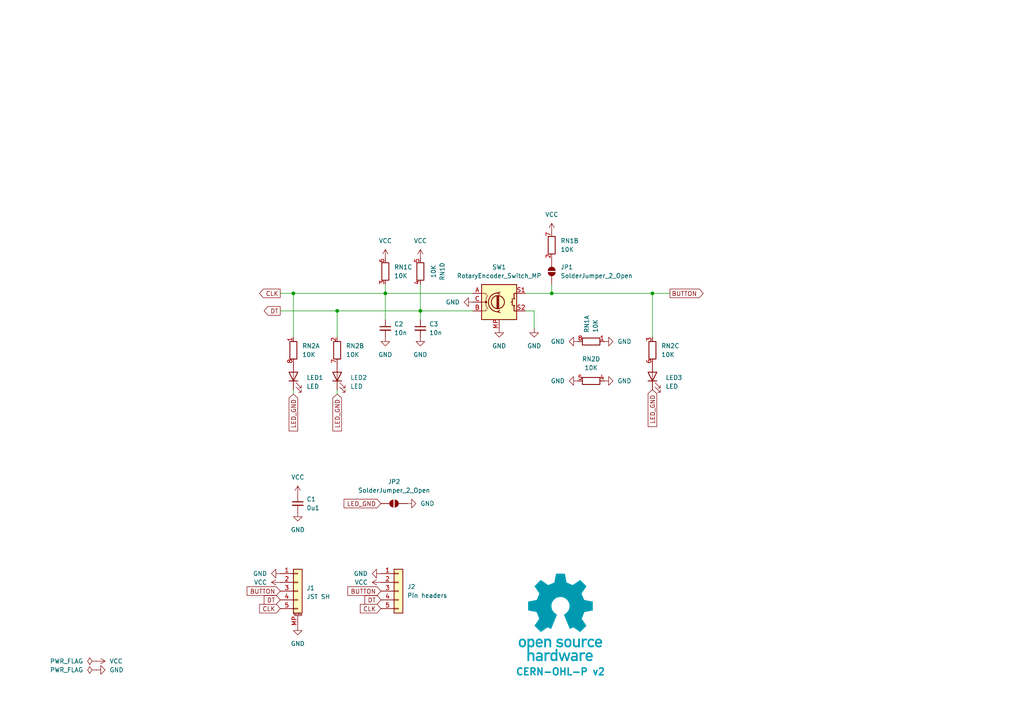
<source format=kicad_sch>
(kicad_sch (version 20231120) (generator "eeschema") (generator_version "8.0")
  (paper "A4")
  (lib_symbols
    (symbol "Connector_Generic:Conn_01x05" (pin_names (offset 1.016) hide)
      (property "Reference" "J" (at 0 7.62 0))
      (property "Value" "Conn_01x05" (at 0 -7.62 0))
      (symbol "Conn_01x05_1_1"
        (rectangle (start -1.27 -4.953) (end 0 -5.207) (stroke (width 0.1524)))
        (rectangle (start -1.27 -2.413) (end 0 -2.667) (stroke (width 0.1524)))
        (rectangle (start -1.27 0.127) (end 0 -0.127) (stroke (width 0.1524)))
        (rectangle (start -1.27 2.667) (end 0 2.413) (stroke (width 0.1524)))
        (rectangle (start -1.27 5.207) (end 0 4.953) (stroke (width 0.1524)))
        (rectangle (start -1.27 6.35) (end 1.27 -6.35) (stroke (width 0.254)) (fill (type background)))
        (pin passive line (at -5.08 5.08 0) (length 3.81) (name "Pin_1") (number "1"))
        (pin passive line (at -5.08 2.54 0) (length 3.81) (name "Pin_2") (number "2"))
        (pin passive line (at -5.08 0 0) (length 3.81) (name "Pin_3") (number "3"))
        (pin passive line (at -5.08 -2.54 0) (length 3.81) (name "Pin_4") (number "4"))
        (pin passive line (at -5.08 -5.08 0) (length 3.81) (name "Pin_5") (number "5"))
      )
    )
    (symbol "Connector_Generic_MountingPin:Conn_01x05_MountingPin" (pin_names (offset 1.016) hide)
      (property "Reference" "J" (at 0 7.62 0))
      (property "Value" "Conn_01x05_MountingPin" (at 1.27 -7.62 0))
      (symbol "Conn_01x05_MountingPin_1_1"
        (rectangle (start -1.27 -4.953) (end 0 -5.207) (stroke (width 0.1524)))
        (rectangle (start -1.27 -2.413) (end 0 -2.667) (stroke (width 0.1524)))
        (rectangle (start -1.27 0.127) (end 0 -0.127) (stroke (width 0.1524)))
        (rectangle (start -1.27 2.667) (end 0 2.413) (stroke (width 0.1524)))
        (rectangle (start -1.27 5.207) (end 0 4.953) (stroke (width 0.1524)))
        (rectangle (start -1.27 6.35) (end 1.27 -6.35) (stroke (width 0.254)) (fill (type background)))
        (polyline (pts (xy -1.016 -7.112) (xy 1.016 -7.112)) (stroke (width 0.1524)))
        (text "Mounting" (at 0 -6.731 0) (effects (font (size 0.381 0.381))))
        (pin passive line (at -5.08 5.08 0) (length 3.81) (name "Pin_1") (number "1"))
        (pin passive line (at -5.08 2.54 0) (length 3.81) (name "Pin_2") (number "2"))
        (pin passive line (at -5.08 0 0) (length 3.81) (name "Pin_3") (number "3"))
        (pin passive line (at -5.08 -2.54 0) (length 3.81) (name "Pin_4") (number "4"))
        (pin passive line (at -5.08 -5.08 0) (length 3.81) (name "Pin_5") (number "5"))
        (pin passive line (at 0 -10.16 90) (length 3.048) (name "MountPin") (number "MP"))
      )
    )
    (symbol "Device:C_Small" (pin_numbers hide) (pin_names (offset 0.254) hide)
      (property "Reference" "C" (at 0.254 1.778 0))
      (property "Value" "C_Small" (at 0.254 -2.032 0))
      (symbol "C_Small_0_1"
        (polyline (pts (xy -1.524 -0.508) (xy 1.524 -0.508)) (stroke (width 0.3302)))
        (polyline (pts (xy -1.524 0.508) (xy 1.524 0.508)) (stroke (width 0.3048)))
      )
      (symbol "C_Small_1_1"
        (pin passive line (at 0 2.54 270) (length 2.032) (name "~") (number "1"))
        (pin passive line (at 0 -2.54 90) (length 2.032) (name "~") (number "2"))
      )
    )
    (symbol "Device:LED" (pin_numbers hide) (pin_names (offset 1.016) hide)
      (property "Reference" "D" (at 0 2.54 0))
      (property "Value" "LED" (at 0 -2.54 0))
      (symbol "LED_0_1"
        (polyline (pts (xy -1.27 -1.27) (xy -1.27 1.27)) (stroke (width 0.254)))
        (polyline (pts (xy -1.27 0) (xy 1.27 0)))
        (polyline (pts (xy 1.27 -1.27) (xy 1.27 1.27) (xy -1.27 0) (xy 1.27 -1.27)) (stroke (width 0.254)))
        (polyline (pts (xy -3.048 -0.762) (xy -4.572 -2.286) (xy -3.81 -2.286) (xy -4.572 -2.286) (xy -4.572 -1.524)))
        (polyline (pts (xy -1.778 -0.762) (xy -3.302 -2.286) (xy -2.54 -2.286) (xy -3.302 -2.286) (xy -3.302 -1.524)))
      )
      (symbol "LED_1_1"
        (pin passive line (at -3.81 0 0) (length 2.54) (name "K") (number "1"))
        (pin passive line (at 3.81 0 180) (length 2.54) (name "A") (number "2"))
      )
    )
    (symbol "Device:R_Pack04_Split" (pin_names (offset 0) hide)
      (property "Reference" "RN" (at 2.032 0 90))
      (property "Value" "R_Pack04_Split" (at 0 0 90))
      (symbol "R_Pack04_Split_0_1"
        (rectangle (start 1.016 2.54) (end -1.016 -2.54) (stroke (width 0.254)))
      )
      (symbol "R_Pack04_Split_1_1"
        (pin passive line (at 0 -3.81 90) (length 1.27) (name "R1.1") (number "1"))
        (pin passive line (at 0 3.81 270) (length 1.27) (name "R1.2") (number "8"))
      )
      (symbol "R_Pack04_Split_2_1"
        (pin passive line (at 0 -3.81 90) (length 1.27) (name "R2.1") (number "2"))
        (pin passive line (at 0 3.81 270) (length 1.27) (name "R2.2") (number "7"))
      )
      (symbol "R_Pack04_Split_3_1"
        (pin passive line (at 0 -3.81 90) (length 1.27) (name "R3.1") (number "3"))
        (pin passive line (at 0 3.81 270) (length 1.27) (name "R3.2") (number "6"))
      )
      (symbol "R_Pack04_Split_4_1"
        (pin passive line (at 0 -3.81 90) (length 1.27) (name "R4.1") (number "4"))
        (pin passive line (at 0 3.81 270) (length 1.27) (name "R4.2") (number "5"))
      )
    )
    (symbol "Device:RotaryEncoder_Switch_MP" (pin_names (offset 0.254) hide)
      (property "Reference" "SW" (at 0 8.89 0))
      (property "Value" "RotaryEncoder_Switch_MP" (at 0 6.35 0))
      (symbol "RotaryEncoder_Switch_MP_0_1"
        (rectangle (start -5.08 5.08) (end 5.08 -5.08) (stroke (width 0.254)) (fill (type background)))
        (circle (center -3.81 0) (radius 0.254) (fill (type outline)))
        (circle (center -0.381 0) (radius 1.905) (stroke (width 0.254)))
        (arc (start -0.381 2.667) (mid -3.0988 -0.0635) (end -0.381 -2.794) (stroke (width 0.254)))
        (polyline (pts (xy -0.635 -1.778) (xy -0.635 1.778)) (stroke (width 0.254)))
        (polyline (pts (xy -0.381 -1.778) (xy -0.381 1.778)) (stroke (width 0.254)))
        (polyline (pts (xy -0.127 1.778) (xy -0.127 -1.778)) (stroke (width 0.254)))
        (polyline (pts (xy 3.81 0) (xy 3.429 0)) (stroke (width 0.254)))
        (polyline (pts (xy 3.81 1.016) (xy 3.81 -1.016)) (stroke (width 0.254)))
        (polyline (pts (xy -5.08 -2.54) (xy -3.81 -2.54) (xy -3.81 -2.032)))
        (polyline (pts (xy -5.08 2.54) (xy -3.81 2.54) (xy -3.81 2.032)))
        (polyline (pts (xy 0.254 -3.048) (xy -0.508 -2.794) (xy 0.127 -2.413)) (stroke (width 0.254)))
        (polyline (pts (xy 0.254 2.921) (xy -0.508 2.667) (xy 0.127 2.286)) (stroke (width 0.254)))
        (polyline (pts (xy 5.08 -2.54) (xy 4.318 -2.54) (xy 4.318 -1.016)) (stroke (width 0.254)))
        (polyline (pts (xy 5.08 2.54) (xy 4.318 2.54) (xy 4.318 1.016)) (stroke (width 0.254)))
        (polyline (pts (xy -5.08 0) (xy -3.81 0) (xy -3.81 -1.016) (xy -3.302 -2.032)))
        (polyline (pts (xy -4.318 0) (xy -3.81 0) (xy -3.81 1.016) (xy -3.302 2.032)))
        (circle (center 4.318 -1.016) (radius 0.127) (stroke (width 0.254)))
        (circle (center 4.318 1.016) (radius 0.127) (stroke (width 0.254)))
      )
      (symbol "RotaryEncoder_Switch_MP_1_1"
        (pin passive line (at -7.62 2.54 0) (length 2.54) (name "A") (number "A"))
        (pin passive line (at -7.62 -2.54 0) (length 2.54) (name "B") (number "B"))
        (pin passive line (at -7.62 0 0) (length 2.54) (name "C") (number "C"))
        (pin passive line (at 0 -7.62 90) (length 2.54) (name "MP") (number "MP"))
        (pin passive line (at 7.62 2.54 180) (length 2.54) (name "S1") (number "S1"))
        (pin passive line (at 7.62 -2.54 180) (length 2.54) (name "S2") (number "S2"))
      )
    )
    (symbol "Jumper:SolderJumper_2_Open" (pin_numbers hide) (pin_names (offset 0) hide) (exclude_from_sim yes) (in_bom no)
      (property "Reference" "JP" (at 0 2.032 0))
      (property "Value" "SolderJumper_2_Open" (at 0 -2.54 0))
      (symbol "SolderJumper_2_Open_0_1"
        (arc (start -0.254 1.016) (mid -1.2656 0) (end -0.254 -1.016))
        (arc (start -0.254 1.016) (mid -1.2656 0) (end -0.254 -1.016) (fill (type outline)))
        (polyline (pts (xy -0.254 1.016) (xy -0.254 -1.016)))
        (polyline (pts (xy 0.254 1.016) (xy 0.254 -1.016)))
        (arc (start 0.254 -1.016) (mid 1.2656 0) (end 0.254 1.016))
        (arc (start 0.254 -1.016) (mid 1.2656 0) (end 0.254 1.016) (fill (type outline)))
      )
      (symbol "SolderJumper_2_Open_1_1"
        (pin passive line (at -3.81 0 0) (length 2.54) (name "A") (number "1"))
        (pin passive line (at 3.81 0 180) (length 2.54) (name "B") (number "2"))
      )
    )
    (symbol "power:GND" (power) (pin_numbers hide) (pin_names (offset 0) hide)
      (property "Value" "GND" (at 0 -3.81 0))
      (symbol "GND_0_1"
        (polyline (pts (xy 0 0) (xy 0 -1.27) (xy 1.27 -1.27) (xy 0 -2.54) (xy -1.27 -1.27) (xy 0 -1.27)))
      )
      (symbol "GND_1_1"
        (pin power_in line (at 0 0 270) (length 0) (name "~") (number "1"))
      )
    )
    (symbol "power:PWR_FLAG" (power) (pin_numbers hide) (pin_names (offset 0) hide)
      (property "Value" "PWR_FLAG" (at 0 3.81 0))
      (symbol "PWR_FLAG_0_0"
        (pin power_out line (at 0 0 90) (length 0) (name "~") (number "1"))
      )
      (symbol "PWR_FLAG_0_1"
        (polyline (pts (xy 0 0) (xy 0 1.27) (xy -1.016 1.905) (xy 0 2.54) (xy 1.016 1.905) (xy 0 1.27)))
      )
    )
    (symbol "power:VCC" (power) (pin_numbers hide) (pin_names (offset 0) hide)
      (property "Value" "VCC" (at 0 3.556 0))
      (symbol "VCC_0_1"
        (polyline (pts (xy -0.762 1.27) (xy 0 2.54)))
        (polyline (pts (xy 0 0) (xy 0 2.54)))
        (polyline (pts (xy 0 2.54) (xy 0.762 1.27)))
      )
      (symbol "VCC_1_1"
        (pin power_in line (at 0 0 90) (length 0) (name "~") (number "1"))
      )
    )
  )
  (junction (at 189.23 85.09))
  (junction (at 85.09 85.09))
  (junction (at 121.92 90.17))
  (junction (at 160.02 85.09))
  (junction (at 111.76 85.09))
  (junction (at 97.79 90.17))
  (wire (pts (xy 81.28 90.17) (xy 97.79 90.17)))
  (wire (pts (xy 97.79 114.3) (xy 97.79 113.03)))
  (wire (pts (xy 111.76 82.55) (xy 111.76 85.09)))
  (wire (pts (xy 160.02 82.55) (xy 160.02 85.09)))
  (wire (pts (xy 97.79 90.17) (xy 97.79 97.79)))
  (wire (pts (xy 81.28 85.09) (xy 85.09 85.09)))
  (wire (pts (xy 85.09 85.09) (xy 111.76 85.09)))
  (wire (pts (xy 152.4 85.09) (xy 160.02 85.09)))
  (wire (pts (xy 111.76 85.09) (xy 137.16 85.09)))
  (wire (pts (xy 154.94 90.17) (xy 154.94 95.25)))
  (wire (pts (xy 152.4 90.17) (xy 154.94 90.17)))
  (wire (pts (xy 160.02 85.09) (xy 189.23 85.09)))
  (wire (pts (xy 85.09 114.3) (xy 85.09 113.03)))
  (wire (pts (xy 121.92 90.17) (xy 121.92 82.55)))
  (wire (pts (xy 189.23 85.09) (xy 194.31 85.09)))
  (wire (pts (xy 111.76 85.09) (xy 111.76 92.71)))
  (wire (pts (xy 85.09 85.09) (xy 85.09 97.79)))
  (wire (pts (xy 97.79 90.17) (xy 121.92 90.17)))
  (wire (pts (xy 121.92 90.17) (xy 121.92 92.71)))
  (wire (pts (xy 189.23 85.09) (xy 189.23 97.79)))
  (wire (pts (xy 121.92 90.17) (xy 137.16 90.17)))
  (image (at 162.56 179.07) (scale 0.37481))
  (text "CERN-OHL-P v2" (at 162.56 195.072 0) (effects (font (size 2 2) (thickness 0.4) (bold yes))))
  (global_label "LED_GND" (shape input) (at 189.23 113.03 270) (property "Intersheetrefs" "${INTERSHEET_REFS}" (effects (hide yes))))
  (global_label "DT" (shape input) (at 81.28 173.99 180) (property "Intersheetrefs" "${INTERSHEET_REFS}" (effects (hide yes))))
  (global_label "LED_GND" (shape input) (at 110.49 146.05 180) (property "Intersheetrefs" "${INTERSHEET_REFS}" (effects (hide yes))))
  (global_label "BUTTON" (shape input) (at 110.49 171.45 180) (property "Intersheetrefs" "${INTERSHEET_REFS}" (effects (hide yes))))
  (global_label "DT" (shape input) (at 110.49 173.99 180) (property "Intersheetrefs" "${INTERSHEET_REFS}" (effects (hide yes))))
  (global_label "BUTTON" (shape output) (at 194.31 85.09 0) (property "Intersheetrefs" "${INTERSHEET_REFS}" (effects (hide yes))))
  (global_label "DT" (shape output) (at 81.28 90.17 180) (property "Intersheetrefs" "${INTERSHEET_REFS}" (effects (hide yes))))
  (global_label "LED_GND" (shape input) (at 85.09 114.3 270) (property "Intersheetrefs" "${INTERSHEET_REFS}" (effects (hide yes))))
  (global_label "BUTTON" (shape input) (at 81.28 171.45 180) (property "Intersheetrefs" "${INTERSHEET_REFS}" (effects (hide yes))))
  (global_label "CLK" (shape input) (at 110.49 176.53 180) (property "Intersheetrefs" "${INTERSHEET_REFS}" (effects (hide yes))))
  (global_label "CLK" (shape output) (at 81.28 85.09 180) (property "Intersheetrefs" "${INTERSHEET_REFS}" (effects (hide yes))))
  (global_label "CLK" (shape input) (at 81.28 176.53 180) (property "Intersheetrefs" "${INTERSHEET_REFS}" (effects (hide yes))))
  (global_label "LED_GND" (shape input) (at 97.79 114.3 270) (property "Intersheetrefs" "${INTERSHEET_REFS}" (effects (hide yes))))
  (symbol (lib_id "power:VCC") (at 86.36 143.51 0) (unit 1)
    (property "Reference" "#PWR016" (effects (hide yes)))
    (property "Value" "VCC" (at 86.36 138.43 0))
    (property "Description" "Power symbol creates a global label with name \"VCC\"" (effects (hide yes)))
  )
  (symbol (lib_id "power:GND") (at 144.78 95.25 0) (unit 1)
    (property "Reference" "#PWR03" (effects (hide yes)))
    (property "Value" "GND" (at 144.78 100.33 0))
    (property "Description" "Power symbol creates a global label with name \"GND\" , ground" (effects (hide yes)))
  )
  (symbol (lib_id "Device:R_Pack04_Split") (at 111.76 78.74 0) (unit 3)
    (property "Reference" "RN1" (at 114.3 77.4699 0) (effects (justify left)))
    (property "Value" "10K" (at 114.3 80.0099 0) (effects (justify left)))
    (property "Footprint" "Resistor_SMD:R_Array_Convex_4x0603" (effects (hide yes)))
    (property "Description" "4 resistor network, parallel topology, split" (effects (hide yes)))
  )
  (symbol (lib_id "Jumper:SolderJumper_2_Open") (at 160.02 78.74 90) (unit 1) (exclude_from_sim yes) (in_bom no)
    (property "Reference" "JP1" (at 162.56 77.4699 90) (effects (justify right)))
    (property "Value" "SolderJumper_2_Open" (at 162.56 80.0099 90) (effects (justify right)))
    (property "Footprint" "custom:SolderJumper-2_P1.0mm_Open_Pad" (effects (hide yes)))
    (property "Description" "Solder Jumper, 2-pole, open" (effects (hide yes)))
  )
  (symbol (lib_id "Device:RotaryEncoder_Switch_MP") (at 144.78 87.63 0) (unit 1)
    (property "Reference" "SW1" (at 144.78 77.47 0))
    (property "Value" "RotaryEncoder_Switch_MP" (at 144.78 80.01 0))
    (property "Footprint" "custom:RotaryEncoder_Alps_EC11E-Switch_Vertical_H20mm" (effects (hide yes)))
    (property "Description" "Rotary encoder, dual channel, incremental quadrate outputs, with switch and MP Pin" (effects (hide yes)))
  )
  (symbol (lib_id "Device:R_Pack04_Split") (at 160.02 71.12 0) (unit 2)
    (property "Reference" "RN1" (at 162.56 69.8499 0) (effects (justify left)))
    (property "Value" "10K" (at 162.56 72.3899 0) (effects (justify left)))
    (property "Footprint" "Resistor_SMD:R_Array_Convex_4x0603" (effects (hide yes)))
    (property "Description" "4 resistor network, parallel topology, split" (effects (hide yes)))
  )
  (symbol (lib_id "power:GND") (at 81.28 166.37 270) (unit 1)
    (property "Reference" "#PWR05" (effects (hide yes)))
    (property "Value" "GND" (at 77.47 166.3699 90) (effects (justify right)))
    (property "Description" "Power symbol creates a global label with name \"GND\" , ground" (effects (hide yes)))
  )
  (symbol (lib_id "power:GND") (at 118.11 146.05 90) (unit 1)
    (property "Reference" "#PWR021" (effects (hide yes)))
    (property "Value" "GND" (at 121.92 146.0499 90) (effects (justify right)))
    (property "Description" "Power symbol creates a global label with name \"GND\" , ground" (effects (hide yes)))
  )
  (symbol (lib_id "Connector_Generic_MountingPin:Conn_01x05_MountingPin") (at 86.36 171.45 0) (unit 1)
    (property "Reference" "J1" (at 88.9 170.5355 0) (effects (justify left)))
    (property "Value" "JST SH" (at 88.9 173.0755 0) (effects (justify left)))
    (property "Footprint" "custom:JST_SH_SM05B-SRSS-TB_1x05-1MP_P1.00mm_Horizontal" (effects (hide yes)))
    (property "Description" "Generic connectable mounting pin connector, single row, 01x05, script generated (kicad-library-utils/schlib/autogen/connector/)" (effects (hide yes)))
  )
  (symbol (lib_id "Device:R_Pack04_Split") (at 121.92 78.74 0) (unit 4)
    (property "Reference" "RN1" (at 128.27 78.74 90))
    (property "Value" "10K" (at 125.73 78.74 90))
    (property "Footprint" "Resistor_SMD:R_Array_Convex_4x0603" (effects (hide yes)))
    (property "Description" "4 resistor network, parallel topology, split" (effects (hide yes)))
  )
  (symbol (lib_id "power:GND") (at 137.16 87.63 270) (unit 1)
    (property "Reference" "#PWR08" (effects (hide yes)))
    (property "Value" "GND" (at 133.35 87.6299 90) (effects (justify right)))
    (property "Description" "Power symbol creates a global label with name \"GND\" , ground" (effects (hide yes)))
  )
  (symbol (lib_id "power:VCC") (at 110.49 168.91 90) (unit 1)
    (property "Reference" "#PWR015" (effects (hide yes)))
    (property "Value" "VCC" (at 106.68 168.9099 90) (effects (justify left)))
    (property "Description" "Power symbol creates a global label with name \"VCC\"" (effects (hide yes)))
  )
  (symbol (lib_id "power:VCC") (at 121.92 74.93 0) (unit 1)
    (property "Reference" "#PWR09" (effects (hide yes)))
    (property "Value" "VCC" (at 121.92 69.85 0))
    (property "Description" "Power symbol creates a global label with name \"VCC\"" (effects (hide yes)))
  )
  (symbol (lib_id "power:GND") (at 121.92 97.79 0) (unit 1)
    (property "Reference" "#PWR019" (effects (hide yes)))
    (property "Value" "GND" (at 121.92 102.87 0))
    (property "Description" "Power symbol creates a global label with name \"GND\" , ground" (effects (hide yes)))
  )
  (symbol (lib_id "power:GND") (at 167.64 110.49 270) (unit 1)
    (property "Reference" "#PWR020" (effects (hide yes)))
    (property "Value" "GND" (at 163.83 110.4899 90) (effects (justify right)))
    (property "Description" "Power symbol creates a global label with name \"GND\" , ground" (effects (hide yes)))
  )
  (symbol (lib_id "power:GND") (at 86.36 181.61 0) (unit 1)
    (property "Reference" "#PWR04" (effects (hide yes)))
    (property "Value" "GND" (at 86.36 186.69 0))
    (property "Description" "Power symbol creates a global label with name \"GND\" , ground" (effects (hide yes)))
  )
  (symbol (lib_id "Jumper:SolderJumper_2_Open") (at 114.3 146.05 0) (unit 1) (exclude_from_sim yes) (in_bom no)
    (property "Reference" "JP2" (at 114.3 139.7 0))
    (property "Value" "SolderJumper_2_Open" (at 114.3 142.24 0))
    (property "Footprint" "custom:SolderJumper-2_P1.0mm_Open_Pad" (effects (hide yes)))
    (property "Description" "Solder Jumper, 2-pole, open" (effects (hide yes)))
  )
  (symbol (lib_id "power:VCC") (at 27.94 191.77 270) (unit 1)
    (property "Reference" "#PWR01" (effects (hide yes)))
    (property "Value" "VCC" (at 31.75 191.7699 90) (effects (justify left)))
    (property "Description" "Power symbol creates a global label with name \"VCC\"" (effects (hide yes)))
  )
  (symbol (lib_id "Device:LED") (at 85.09 109.22 90) (unit 1)
    (property "Reference" "LED1" (at 88.9 109.5374 90) (effects (justify right)))
    (property "Value" "LED" (at 88.9 112.0774 90) (effects (justify right)))
    (property "Footprint" "LED_SMD:LED_0402_1005Metric_Pad0.77x0.64mm_HandSolder" (effects (hide yes)))
    (property "Description" "Light emitting diode" (effects (hide yes)))
  )
  (symbol (lib_id "Device:R_Pack04_Split") (at 171.45 99.06 90) (unit 1)
    (property "Reference" "RN1" (at 170.1799 96.52 0) (effects (justify left)))
    (property "Value" "10K" (at 172.7199 96.52 0) (effects (justify left)))
    (property "Footprint" "Resistor_SMD:R_Array_Convex_4x0603" (effects (hide yes)))
    (property "Description" "4 resistor network, parallel topology, split" (effects (hide yes)))
  )
  (symbol (lib_id "power:GND") (at 175.26 110.49 90) (unit 1)
    (property "Reference" "#PWR022" (effects (hide yes)))
    (property "Value" "GND" (at 179.07 110.4899 90) (effects (justify right)))
    (property "Description" "Power symbol creates a global label with name \"GND\" , ground" (effects (hide yes)))
  )
  (symbol (lib_id "Device:LED") (at 97.79 109.22 90) (unit 1)
    (property "Reference" "LED2" (at 101.6 109.5374 90) (effects (justify right)))
    (property "Value" "LED" (at 101.6 112.0774 90) (effects (justify right)))
    (property "Footprint" "LED_SMD:LED_0402_1005Metric_Pad0.77x0.64mm_HandSolder" (effects (hide yes)))
    (property "Description" "Light emitting diode" (effects (hide yes)))
  )
  (symbol (lib_id "Device:R_Pack04_Split") (at 85.09 101.6 180) (unit 1)
    (property "Reference" "RN2" (at 87.63 100.3299 0) (effects (justify right)))
    (property "Value" "10K" (at 87.63 102.8699 0) (effects (justify right)))
    (property "Footprint" "Resistor_SMD:R_Array_Convex_4x0603" (effects (hide yes)))
    (property "Description" "4 resistor network, parallel topology, split" (effects (hide yes)))
  )
  (symbol (lib_id "power:GND") (at 27.94 194.31 90) (unit 1)
    (property "Reference" "#PWR02" (effects (hide yes)))
    (property "Value" "GND" (at 31.75 194.3099 90) (effects (justify right)))
    (property "Description" "Power symbol creates a global label with name \"GND\" , ground" (effects (hide yes)))
  )
  (symbol (lib_id "Device:R_Pack04_Split") (at 171.45 110.49 90) (unit 4)
    (property "Reference" "RN2" (at 171.45 104.14 90))
    (property "Value" "10K" (at 171.45 106.68 90))
    (property "Footprint" "Resistor_SMD:R_Array_Convex_4x0603" (effects (hide yes)))
    (property "Description" "4 resistor network, parallel topology, split" (effects (hide yes)))
  )
  (symbol (lib_id "power:GND") (at 154.94 95.25 0) (unit 1)
    (property "Reference" "#PWR07" (effects (hide yes)))
    (property "Value" "GND" (at 154.94 100.33 0))
    (property "Description" "Power symbol creates a global label with name \"GND\" , ground" (effects (hide yes)))
  )
  (symbol (lib_id "power:GND") (at 111.76 97.79 0) (unit 1)
    (property "Reference" "#PWR018" (effects (hide yes)))
    (property "Value" "GND" (at 111.76 102.87 0))
    (property "Description" "Power symbol creates a global label with name \"GND\" , ground" (effects (hide yes)))
  )
  (symbol (lib_id "power:PWR_FLAG") (at 27.94 191.77 90) (unit 1)
    (property "Reference" "#FLG01" (effects (hide yes)))
    (property "Value" "PWR_FLAG" (at 24.13 191.7699 90) (effects (justify left)))
    (property "Description" "Special symbol for telling ERC where power comes from" (effects (hide yes)))
  )
  (symbol (lib_id "power:VCC") (at 111.76 74.93 0) (unit 1)
    (property "Reference" "#PWR010" (effects (hide yes)))
    (property "Value" "VCC" (at 111.76 69.85 0))
    (property "Description" "Power symbol creates a global label with name \"VCC\"" (effects (hide yes)))
  )
  (symbol (lib_id "power:GND") (at 167.64 99.06 270) (unit 1)
    (property "Reference" "#PWR013" (effects (hide yes)))
    (property "Value" "GND" (at 163.83 99.0599 90) (effects (justify right)))
    (property "Description" "Power symbol creates a global label with name \"GND\" , ground" (effects (hide yes)))
  )
  (symbol (lib_id "Device:C_Small") (at 111.76 95.25 0) (unit 1)
    (property "Reference" "C2" (at 114.3 93.9862 0) (effects (justify left)))
    (property "Value" "10n" (at 114.3 96.5262 0) (effects (justify left)))
    (property "Footprint" "custom:C_0603_1608Metric_Pad1.08x0.95mm_HandSolder" (effects (hide yes)))
    (property "Description" "Unpolarized capacitor, small symbol" (effects (hide yes)))
  )
  (symbol (lib_id "Device:R_Pack04_Split") (at 97.79 101.6 180) (unit 2)
    (property "Reference" "RN2" (at 100.33 100.3299 0) (effects (justify right)))
    (property "Value" "10K" (at 100.33 102.8699 0) (effects (justify right)))
    (property "Footprint" "Resistor_SMD:R_Array_Convex_4x0603" (effects (hide yes)))
    (property "Description" "4 resistor network, parallel topology, split" (effects (hide yes)))
  )
  (symbol (lib_id "power:VCC") (at 160.02 67.31 0) (unit 1)
    (property "Reference" "#PWR011" (effects (hide yes)))
    (property "Value" "VCC" (at 160.02 62.23 0))
    (property "Description" "Power symbol creates a global label with name \"VCC\"" (effects (hide yes)))
  )
  (symbol (lib_id "power:GND") (at 86.36 148.59 0) (unit 1)
    (property "Reference" "#PWR017" (effects (hide yes)))
    (property "Value" "GND" (at 86.36 153.67 0))
    (property "Description" "Power symbol creates a global label with name \"GND\" , ground" (effects (hide yes)))
  )
  (symbol (lib_id "power:GND") (at 110.49 166.37 270) (unit 1)
    (property "Reference" "#PWR014" (effects (hide yes)))
    (property "Value" "GND" (at 106.68 166.3699 90) (effects (justify right)))
    (property "Description" "Power symbol creates a global label with name \"GND\" , ground" (effects (hide yes)))
  )
  (symbol (lib_id "Device:LED") (at 189.23 109.22 90) (unit 1)
    (property "Reference" "LED3" (at 193.04 109.5374 90) (effects (justify right)))
    (property "Value" "LED" (at 193.04 112.0774 90) (effects (justify right)))
    (property "Footprint" "LED_SMD:LED_0402_1005Metric_Pad0.77x0.64mm_HandSolder" (effects (hide yes)))
    (property "Description" "Light emitting diode" (effects (hide yes)))
  )
  (symbol (lib_id "power:PWR_FLAG") (at 27.94 194.31 90) (unit 1)
    (property "Reference" "#FLG02" (effects (hide yes)))
    (property "Value" "PWR_FLAG" (at 24.13 194.3099 90) (effects (justify left)))
    (property "Description" "Special symbol for telling ERC where power comes from" (effects (hide yes)))
  )
  (symbol (lib_id "power:GND") (at 175.26 99.06 90) (unit 1)
    (property "Reference" "#PWR012" (effects (hide yes)))
    (property "Value" "GND" (at 179.07 99.0599 90) (effects (justify right)))
    (property "Description" "Power symbol creates a global label with name \"GND\" , ground" (effects (hide yes)))
  )
  (symbol (lib_id "Device:C_Small") (at 121.92 95.25 0) (unit 1)
    (property "Reference" "C3" (at 124.46 93.9862 0) (effects (justify left)))
    (property "Value" "10n" (at 124.46 96.5262 0) (effects (justify left)))
    (property "Footprint" "custom:C_0603_1608Metric_Pad1.08x0.95mm_HandSolder" (effects (hide yes)))
    (property "Description" "Unpolarized capacitor, small symbol" (effects (hide yes)))
  )
  (symbol (lib_id "power:VCC") (at 81.28 168.91 90) (unit 1)
    (property "Reference" "#PWR06" (effects (hide yes)))
    (property "Value" "VCC" (at 77.47 168.9099 90) (effects (justify left)))
    (property "Description" "Power symbol creates a global label with name \"VCC\"" (effects (hide yes)))
  )
  (symbol (lib_id "Device:R_Pack04_Split") (at 189.23 101.6 180) (unit 3)
    (property "Reference" "RN2" (at 191.77 100.3299 0) (effects (justify right)))
    (property "Value" "10K" (at 191.77 102.8699 0) (effects (justify right)))
    (property "Footprint" "Resistor_SMD:R_Array_Convex_4x0603" (effects (hide yes)))
    (property "Description" "4 resistor network, parallel topology, split" (effects (hide yes)))
  )
  (symbol (lib_id "Connector_Generic:Conn_01x05") (at 115.57 171.45 0) (unit 1)
    (property "Reference" "J2" (at 118.11 170.1799 0) (effects (justify left)))
    (property "Value" "Pin headers" (at 118.11 172.7199 0) (effects (justify left)))
    (property "Footprint" "custom:PinHeader_1x05_P2.54mm_Vertical_simple_pad1gnd" (effects (hide yes)))
    (property "Description" "Generic connector, single row, 01x05, script generated (kicad-library-utils/schlib/autogen/connector/)" (effects (hide yes)))
  )
  (symbol (lib_id "Device:C_Small") (at 86.36 146.05 0) (unit 1)
    (property "Reference" "C1" (at 88.9 144.7862 0) (effects (justify left)))
    (property "Value" "0u1" (at 88.9 147.3262 0) (effects (justify left)))
    (property "Footprint" "custom:C_0603_1608Metric_Pad1.08x0.95mm_HandSolder" (effects (hide yes)))
    (property "Description" "Unpolarized capacitor, small symbol" (effects (hide yes)))
  )
)
</source>
